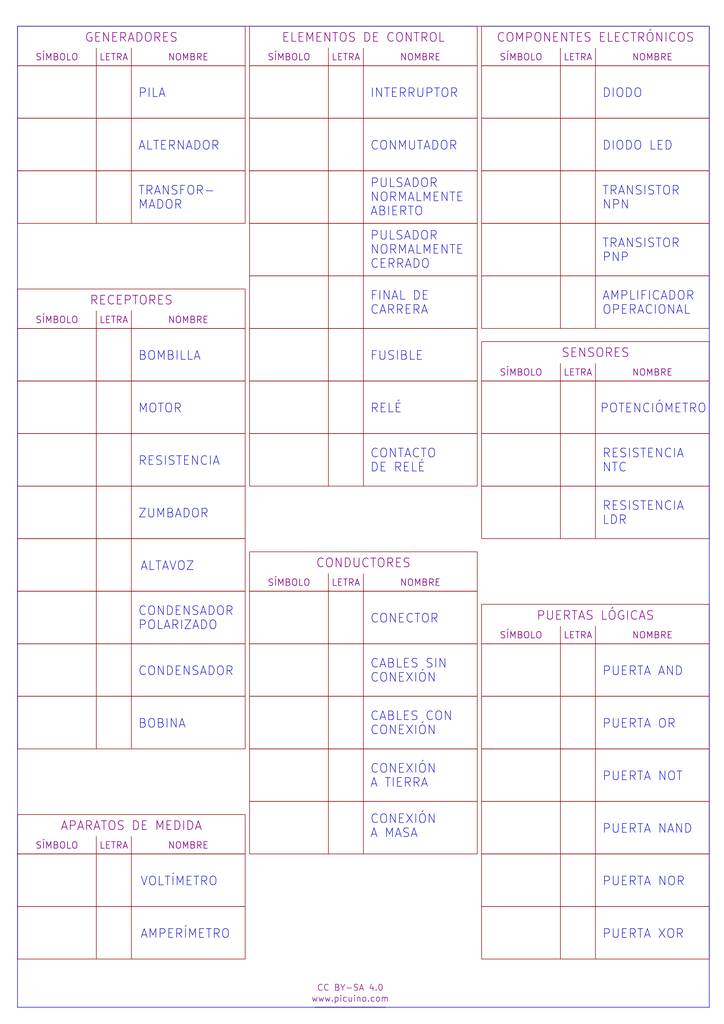
<source format=kicad_sch>
(kicad_sch (version 20231120) (generator "eeschema") (generator_version "8.0")
  (paper "A4" portrait)
  (title_block (title "Símbolos eléctricos y electrónicos.") (date "23/10/2018") (company "www.picuino.com") (comment 1 "Copyright (c) 2018 by Carlos Pardo Martín") (comment 2 "License CC BY-SA 4.0"))
  (lib_symbols
    (symbol "electric-simbolos-nombres-rescue:marco_1-simbolos" (pin_names (offset 1.016))
      (symbol "marco_1-simbolos_0_1"
        (polyline (pts (xy 22.86 0) (xy 33.02 0) (xy 33.02 -15.24) (xy 22.86 -15.24)))
        (polyline (pts (xy 33.02 0) (xy 66.04 0) (xy 66.04 -15.24) (xy 33.02 -15.24)))
        (polyline (pts (xy 0 0) (xy 0 -15.24) (xy 22.86 -15.24) (xy 22.86 0) (xy 0 0)))
      )
    )
    (symbol "electric-simbolos-nombres-rescue:marco_2-simbolos" (pin_names (offset 1.016))
      (property "Field4" "TIPO" (at 33.02 -4.445 0))
      (property "Field5" "SÍMBOLO" (at 11.43 -11.43 0))
      (property "Field6" "LETRA" (at 27.94 -11.43 0))
      (property "Field7" "NOMBRE" (at 48.26 -11.43 0))
      (symbol "marco_2-simbolos_0_1"
        (polyline (pts (xy 22.86 -12.7) (xy 33.02 -12.7) (xy 33.02 -7.62)))
        (polyline (pts (xy 33.02 -12.7) (xy 66.04 -12.7) (xy 66.04 -7.62)))
        (polyline (pts (xy 0 -7.62) (xy 0 -12.7) (xy 22.86 -12.7) (xy 22.86 -7.62)))
        (polyline (pts (xy 66.04 -7.62) (xy 66.04 -1.27) (xy 0 -1.27) (xy 0 -7.62)))
      )
    )
    (symbol "simbolos-electricos:CopyRight" (pin_names (offset 1.016))
      (property "License" "CC BY-SA 4.0" (at -1.27 -1.27 0))
      (property "Web" "www.picuino.com" (at 0 -1.27 0))
      (symbol "CopyRight_0_1"
        (polyline (pts (xy -10.16 0) (xy 10.16 0)) (stroke (width 0.2032)))
      )
    )
  )
  (polyline (pts (xy 205.74 292.1) (xy 205.74 7.62)))
  (polyline (pts (xy 5.08 292.1) (xy 5.08 7.62)))
  (polyline (pts (xy 5.08 292.1) (xy 205.74 292.1)))
  (polyline (pts (xy 5.08 7.62) (xy 205.74 7.62)))
  (text "INTERRUPTOR" (at 107.315 28.575 0) (effects (font (size 2.54 2.54)) (justify left bottom)))
  (text "FUSIBLE" (at 107.315 104.775 0) (effects (font (size 2.54 2.54)) (justify left bottom)))
  (text "ZUMBADOR\n" (at 40.005 150.495 0) (effects (font (size 2.54 2.54)) (justify left bottom)))
  (text "PUERTA NAND" (at 174.625 241.935 0) (effects (font (size 2.54 2.54)) (justify left bottom)))
  (text "POTENCIÓMETRO" (at 173.99 120.015 0) (effects (font (size 2.54 2.54)) (justify left bottom)))
  (text "RELÉ" (at 107.315 120.015 0) (effects (font (size 2.54 2.54)) (justify left bottom)))
  (text "RESISTENCIA" (at 40.005 135.255 0) (effects (font (size 2.54 2.54)) (justify left bottom)))
  (text "MOTOR" (at 40.005 120.015 0) (effects (font (size 2.54 2.54)) (justify left bottom)))
  (text "AMPLIFICADOR\nOPERACIONAL\n" (at 174.625 91.44 0) (effects (font (size 2.54 2.54)) (justify left bottom)))
  (text "PUERTA NOR" (at 174.625 257.175 0) (effects (font (size 2.54 2.54)) (justify left bottom)))
  (text "DIODO LED" (at 174.625 43.815 0) (effects (font (size 2.54 2.54)) (justify left bottom)))
  (text "TRANSISTOR\nNPN" (at 174.625 60.96 0) (effects (font (size 2.54 2.54)) (justify left bottom)))
  (text "TRANSISTOR\nPNP" (at 174.625 76.2 0) (effects (font (size 2.54 2.54)) (justify left bottom)))
  (text "TRANSFOR-\nMADOR" (at 40.005 60.96 0) (effects (font (size 2.54 2.54)) (justify left bottom)))
  (text "CONMUTADOR" (at 107.315 43.815 0) (effects (font (size 2.54 2.54)) (justify left bottom)))
  (text "CABLES CON\nCONEXIÓN\n" (at 107.315 213.36 0) (effects (font (size 2.54 2.54)) (justify left bottom)))
  (text "DIODO" (at 174.625 28.575 0) (effects (font (size 2.54 2.54)) (justify left bottom)))
  (text "VOLTÍMETRO" (at 40.64 257.175 0) (effects (font (size 2.54 2.54)) (justify left bottom)))
  (text "CONEXIÓN\nA MASA\n" (at 107.315 243.205 0) (effects (font (size 2.54 2.54)) (justify left bottom)))
  (text "BOMBILLA" (at 40.005 104.775 0) (effects (font (size 2.54 2.54)) (justify left bottom)))
  (text "BOBINA" (at 40.005 211.455 0) (effects (font (size 2.54 2.54)) (justify left bottom)))
  (text "CONDENSADOR" (at 40.005 196.215 0) (effects (font (size 2.54 2.54)) (justify left bottom)))
  (text "PUERTA AND" (at 174.625 196.215 0) (effects (font (size 2.54 2.54)) (justify left bottom)))
  (text "PUERTA OR" (at 174.625 211.455 0) (effects (font (size 2.54 2.54)) (justify left bottom)))
  (text "CONDENSADOR\nPOLARIZADO" (at 40.005 182.88 0) (effects (font (size 2.54 2.54)) (justify left bottom)))
  (text "ALTERNADOR" (at 40.005 43.815 0) (effects (font (size 2.54 2.54)) (justify left bottom)))
  (text "CABLES SIN\nCONEXIÓN\n" (at 107.315 198.12 0) (effects (font (size 2.54 2.54)) (justify left bottom)))
  (text "CONTACTO\nDE RELÉ" (at 107.315 137.16 0) (effects (font (size 2.54 2.54)) (justify left bottom)))
  (text "PUERTA NOT" (at 174.625 226.695 0) (effects (font (size 2.54 2.54)) (justify left bottom)))
  (text "RESISTENCIA\nLDR" (at 174.625 152.4 0) (effects (font (size 2.54 2.54)) (justify left bottom)))
  (text "CONEXIÓN\nA TIERRA\n" (at 107.315 228.6 0) (effects (font (size 2.54 2.54)) (justify left bottom)))
  (text "RESISTENCIA\nNTC" (at 174.625 137.16 0) (effects (font (size 2.54 2.54)) (justify left bottom)))
  (text "PULSADOR\nNORMALMENTE\nCERRADO" (at 107.315 78.105 0) (effects (font (size 2.54 2.54)) (justify left bottom)))
  (text "PILA" (at 40.005 28.575 0) (effects (font (size 2.54 2.54)) (justify left bottom)))
  (text "FINAL DE\nCARRERA" (at 107.315 91.44 0) (effects (font (size 2.54 2.54)) (justify left bottom)))
  (text "ALTAVOZ" (at 40.64 165.735 0) (effects (font (size 2.54 2.54)) (justify left bottom)))
  (text "PULSADOR\nNORMALMENTE\nABIERTO" (at 107.315 62.865 0) (effects (font (size 2.54 2.54)) (justify left bottom)))
  (text "PUERTA XOR" (at 174.625 272.415 0) (effects (font (size 2.54 2.54)) (justify left bottom)))
  (text "CONECTOR\n" (at 107.315 180.975 0) (effects (font (size 2.54 2.54)) (justify left bottom)))
  (text "AMPERÍMETRO" (at 40.64 272.415 0) (effects (font (size 2.54 2.54)) (justify left bottom)))
  (symbol (lib_id "electric-simbolos-nombres-rescue:marco_1-simbolos") (at 72.39 171.45 0) (unit 1)
    (property "Reference" "M?" (effects (hide yes)))
    (property "Value" "marco_1" (effects (hide yes)))
  )
  (symbol (lib_id "electric-simbolos-nombres-rescue:marco_1-simbolos") (at 72.39 186.69 0) (unit 1)
    (property "Reference" "M?" (effects (hide yes)))
    (property "Value" "marco_1" (effects (hide yes)))
  )
  (symbol (lib_id "electric-simbolos-nombres-rescue:marco_1-simbolos") (at 72.39 217.17 0) (unit 1)
    (property "Reference" "M?" (effects (hide yes)))
    (property "Value" "marco_1" (effects (hide yes)))
  )
  (symbol (lib_id "electric-simbolos-nombres-rescue:marco_1-simbolos") (at 72.39 232.41 0) (unit 1)
    (property "Reference" "M?" (effects (hide yes)))
    (property "Value" "marco_1" (effects (hide yes)))
  )
  (symbol (lib_id "electric-simbolos-nombres-rescue:marco_1-simbolos") (at 72.39 201.93 0) (unit 1)
    (property "Reference" "M?" (effects (hide yes)))
    (property "Value" "marco_1" (effects (hide yes)))
  )
  (symbol (lib_id "electric-simbolos-nombres-rescue:marco_1-simbolos") (at 139.7 186.69 0) (unit 1)
    (property "Reference" "M?" (effects (hide yes)))
    (property "Value" "marco_1" (effects (hide yes)))
  )
  (symbol (lib_id "electric-simbolos-nombres-rescue:marco_1-simbolos") (at 139.7 201.93 0) (unit 1)
    (property "Reference" "M?" (effects (hide yes)))
    (property "Value" "marco_1" (effects (hide yes)))
  )
  (symbol (lib_id "electric-simbolos-nombres-rescue:marco_1-simbolos") (at 139.7 217.17 0) (unit 1)
    (property "Reference" "M?" (effects (hide yes)))
    (property "Value" "marco_1" (effects (hide yes)))
  )
  (symbol (lib_id "electric-simbolos-nombres-rescue:marco_1-simbolos") (at 139.7 232.41 0) (unit 1)
    (property "Reference" "M?" (effects (hide yes)))
    (property "Value" "marco_1" (effects (hide yes)))
  )
  (symbol (lib_id "electric-simbolos-nombres-rescue:marco_1-simbolos") (at 139.7 247.65 0) (unit 1)
    (property "Reference" "M?" (effects (hide yes)))
    (property "Value" "marco_1" (effects (hide yes)))
  )
  (symbol (lib_id "electric-simbolos-nombres-rescue:marco_1-simbolos") (at 139.7 262.89 0) (unit 1)
    (property "Reference" "M?" (effects (hide yes)))
    (property "Value" "marco_1" (effects (hide yes)))
  )
  (symbol (lib_id "electric-simbolos-nombres-rescue:marco_1-simbolos") (at 139.7 110.49 0) (unit 1)
    (property "Reference" "M?" (effects (hide yes)))
    (property "Value" "marco_1" (effects (hide yes)))
  )
  (symbol (lib_id "electric-simbolos-nombres-rescue:marco_1-simbolos") (at 139.7 125.73 0) (unit 1)
    (property "Reference" "M?" (effects (hide yes)))
    (property "Value" "marco_1" (effects (hide yes)))
  )
  (symbol (lib_id "electric-simbolos-nombres-rescue:marco_1-simbolos") (at 139.7 140.97 0) (unit 1)
    (property "Reference" "M?" (effects (hide yes)))
    (property "Value" "marco_1" (effects (hide yes)))
  )
  (symbol (lib_id "electric-simbolos-nombres-rescue:marco_1-simbolos") (at 139.7 19.05 0) (unit 1)
    (property "Reference" "M?" (effects (hide yes)))
    (property "Value" "marco_1" (effects (hide yes)))
  )
  (symbol (lib_id "electric-simbolos-nombres-rescue:marco_1-simbolos") (at 139.7 34.29 0) (unit 1)
    (property "Reference" "M?" (effects (hide yes)))
    (property "Value" "marco_1" (effects (hide yes)))
  )
  (symbol (lib_id "electric-simbolos-nombres-rescue:marco_1-simbolos") (at 139.7 49.53 0) (unit 1)
    (property "Reference" "M?" (effects (hide yes)))
    (property "Value" "marco_1" (effects (hide yes)))
  )
  (symbol (lib_id "electric-simbolos-nombres-rescue:marco_1-simbolos") (at 139.7 64.77 0) (unit 1)
    (property "Reference" "M?" (effects (hide yes)))
    (property "Value" "marco_1" (effects (hide yes)))
  )
  (symbol (lib_id "electric-simbolos-nombres-rescue:marco_1-simbolos") (at 139.7 80.01 0) (unit 1)
    (property "Reference" "M?" (effects (hide yes)))
    (property "Value" "marco_1" (effects (hide yes)))
  )
  (symbol (lib_id "electric-simbolos-nombres-rescue:marco_1-simbolos") (at 5.08 34.29 0) (unit 1)
    (property "Reference" "M?" (effects (hide yes)))
    (property "Value" "marco_1" (effects (hide yes)))
  )
  (symbol (lib_id "electric-simbolos-nombres-rescue:marco_1-simbolos") (at 5.08 49.53 0) (unit 1)
    (property "Reference" "M?" (effects (hide yes)))
    (property "Value" "marco_1" (effects (hide yes)))
  )
  (symbol (lib_id "electric-simbolos-nombres-rescue:marco_1-simbolos") (at 5.08 140.97 0) (unit 1)
    (property "Reference" "M?" (effects (hide yes)))
    (property "Value" "marco_1" (effects (hide yes)))
  )
  (symbol (lib_id "electric-simbolos-nombres-rescue:marco_1-simbolos") (at 5.08 247.65 0) (unit 1)
    (property "Reference" "M?" (effects (hide yes)))
    (property "Value" "marco_1" (effects (hide yes)))
  )
  (symbol (lib_id "electric-simbolos-nombres-rescue:marco_1-simbolos") (at 72.39 95.25 0) (unit 1)
    (property "Reference" "M?" (effects (hide yes)))
    (property "Value" "marco_1" (effects (hide yes)))
  )
  (symbol (lib_id "electric-simbolos-nombres-rescue:marco_1-simbolos") (at 5.08 262.89 0) (unit 1)
    (property "Reference" "M?" (effects (hide yes)))
    (property "Value" "marco_1" (effects (hide yes)))
  )
  (symbol (lib_id "electric-simbolos-nombres-rescue:marco_2-simbolos") (at 139.7 173.99 0) (unit 1)
    (property "Reference" "M?" (effects (hide yes)))
    (property "Value" "marco_2" (effects (hide yes)))
    (property "Campo4" "PUERTAS LÓGICAS" (at 172.72 178.435 0) (effects (font (size 2.54 2.54))))
    (property "Campo5" "SÍMBOLO" (at 151.13 184.15 0) (effects (font (size 1.905 1.905))))
    (property "Campo6" "LETRA" (at 167.64 184.15 0) (effects (font (size 1.905 1.905))))
    (property "Campo7" "NOMBRE" (at 189.23 184.15 0) (effects (font (size 1.905 1.905))))
  )
  (symbol (lib_id "electric-simbolos-nombres-rescue:marco_2-simbolos") (at 5.08 82.55 0) (unit 1)
    (property "Reference" "M?" (effects (hide yes)))
    (property "Value" "marco_2" (effects (hide yes)))
    (property "Campo4" "RECEPTORES" (at 38.1 86.995 0) (effects (font (size 2.54 2.54))))
    (property "Campo5" "SÍMBOLO" (at 16.51 92.71 0) (effects (font (size 1.905 1.905))))
    (property "Campo6" "LETRA" (at 33.02 92.71 0) (effects (font (size 1.905 1.905))))
    (property "Campo7" "NOMBRE" (at 54.61 92.71 0) (effects (font (size 1.905 1.905))))
  )
  (symbol (lib_id "electric-simbolos-nombres-rescue:marco_2-simbolos") (at 72.39 6.35 0) (unit 1)
    (property "Reference" "M?" (effects (hide yes)))
    (property "Value" "marco_2" (effects (hide yes)))
    (property "Campo4" "ELEMENTOS DE CONTROL" (at 105.41 10.795 0) (effects (font (size 2.54 2.54))))
    (property "Campo5" "SÍMBOLO" (at 83.82 16.51 0) (effects (font (size 1.905 1.905))))
    (property "Campo6" "LETRA" (at 100.33 16.51 0) (effects (font (size 1.905 1.905))))
    (property "Campo7" "NOMBRE" (at 121.92 16.51 0) (effects (font (size 1.905 1.905))))
  )
  (symbol (lib_id "electric-simbolos-nombres-rescue:marco_1-simbolos") (at 5.08 156.21 0) (unit 1)
    (property "Reference" "M?" (effects (hide yes)))
    (property "Value" "marco_1" (effects (hide yes)))
  )
  (symbol (lib_id "electric-simbolos-nombres-rescue:marco_1-simbolos") (at 5.08 110.49 0) (unit 1)
    (property "Reference" "M?" (effects (hide yes)))
    (property "Value" "marco_1" (effects (hide yes)))
  )
  (symbol (lib_id "electric-simbolos-nombres-rescue:marco_1-simbolos") (at 72.39 125.73 0) (unit 1)
    (property "Reference" "M?" (effects (hide yes)))
    (property "Value" "marco_1" (effects (hide yes)))
  )
  (symbol (lib_id "electric-simbolos-nombres-rescue:marco_1-simbolos") (at 72.39 19.05 0) (unit 1)
    (property "Reference" "M?" (effects (hide yes)))
    (property "Value" "marco_1" (effects (hide yes)))
  )
  (symbol (lib_id "electric-simbolos-nombres-rescue:marco_1-simbolos") (at 5.08 95.25 0) (unit 1)
    (property "Reference" "M?" (effects (hide yes)))
    (property "Value" "marco_1" (effects (hide yes)))
  )
  (symbol (lib_id "electric-simbolos-nombres-rescue:marco_1-simbolos") (at 5.08 186.69 0) (unit 1)
    (property "Reference" "M?" (effects (hide yes)))
    (property "Value" "marco_1" (effects (hide yes)))
  )
  (symbol (lib_id "electric-simbolos-nombres-rescue:marco_1-simbolos") (at 5.08 125.73 0) (unit 1)
    (property "Reference" "M?" (effects (hide yes)))
    (property "Value" "marco_1" (effects (hide yes)))
  )
  (symbol (lib_id "electric-simbolos-nombres-rescue:marco_1-simbolos") (at 72.39 49.53 0) (unit 1)
    (property "Reference" "M?" (effects (hide yes)))
    (property "Value" "marco_1" (effects (hide yes)))
  )
  (symbol (lib_id "simbolos-electricos:CopyRight") (at 101.6 292.1 0) (unit 1)
    (property "Reference" "CP1" (effects (hide yes)))
    (property "Value" "CopyRight" (effects (hide yes)))
    (property "License" "CC BY-SA 4.0" (at 101.6 286.385 0) (effects (font (size 1.778 1.778))))
    (property "Web" "www.picuino.com" (at 101.6 289.56 0) (effects (font (size 1.778 1.778))))
  )
  (symbol (lib_id "electric-simbolos-nombres-rescue:marco_1-simbolos") (at 5.08 19.05 0) (unit 1)
    (property "Reference" "M?" (effects (hide yes)))
    (property "Value" "marco_1" (effects (hide yes)))
  )
  (symbol (lib_id "electric-simbolos-nombres-rescue:marco_1-simbolos") (at 72.39 80.01 0) (unit 1)
    (property "Reference" "M?" (effects (hide yes)))
    (property "Value" "marco_1" (effects (hide yes)))
  )
  (symbol (lib_id "electric-simbolos-nombres-rescue:marco_1-simbolos") (at 5.08 171.45 0) (unit 1)
    (property "Reference" "M?" (effects (hide yes)))
    (property "Value" "marco_1" (effects (hide yes)))
  )
  (symbol (lib_id "electric-simbolos-nombres-rescue:marco_2-simbolos") (at 5.08 234.95 0) (unit 1)
    (property "Reference" "M?" (effects (hide yes)))
    (property "Value" "marco_2" (effects (hide yes)))
    (property "Campo4" "APARATOS DE MEDIDA" (at 38.1 239.395 0) (effects (font (size 2.54 2.54))))
    (property "Campo5" "SÍMBOLO" (at 16.51 245.11 0) (effects (font (size 1.905 1.905))))
    (property "Campo6" "LETRA" (at 33.02 245.11 0) (effects (font (size 1.905 1.905))))
    (property "Campo7" "NOMBRE" (at 54.61 245.11 0) (effects (font (size 1.905 1.905))))
  )
  (symbol (lib_id "electric-simbolos-nombres-rescue:marco_2-simbolos") (at 72.39 158.75 0) (unit 1)
    (property "Reference" "M?" (effects (hide yes)))
    (property "Value" "marco_2" (effects (hide yes)))
    (property "Campo4" "CONDUCTORES" (at 105.41 163.195 0) (effects (font (size 2.54 2.54))))
    (property "Campo5" "SÍMBOLO" (at 83.82 168.91 0) (effects (font (size 1.905 1.905))))
    (property "Campo6" "LETRA" (at 100.33 168.91 0) (effects (font (size 1.905 1.905))))
    (property "Campo7" "NOMBRE" (at 121.92 168.91 0) (effects (font (size 1.905 1.905))))
  )
  (symbol (lib_id "electric-simbolos-nombres-rescue:marco_1-simbolos") (at 5.08 201.93 0) (unit 1)
    (property "Reference" "M?" (effects (hide yes)))
    (property "Value" "marco_1" (effects (hide yes)))
  )
  (symbol (lib_id "electric-simbolos-nombres-rescue:marco_1-simbolos") (at 72.39 34.29 0) (unit 1)
    (property "Reference" "M?" (effects (hide yes)))
    (property "Value" "marco_1" (effects (hide yes)))
  )
  (symbol (lib_id "electric-simbolos-nombres-rescue:marco_2-simbolos") (at 139.7 97.79 0) (unit 1)
    (property "Reference" "M?" (effects (hide yes)))
    (property "Value" "marco_2" (effects (hide yes)))
    (property "Campo4" "SENSORES" (at 172.72 102.235 0) (effects (font (size 2.54 2.54))))
    (property "Campo5" "SÍMBOLO" (at 151.13 107.95 0) (effects (font (size 1.905 1.905))))
    (property "Campo6" "LETRA" (at 167.64 107.95 0) (effects (font (size 1.905 1.905))))
    (property "Campo7" "NOMBRE" (at 189.23 107.95 0) (effects (font (size 1.905 1.905))))
  )
  (symbol (lib_id "electric-simbolos-nombres-rescue:marco_1-simbolos") (at 72.39 110.49 0) (unit 1)
    (property "Reference" "M?" (effects (hide yes)))
    (property "Value" "marco_1" (effects (hide yes)))
  )
  (symbol (lib_id "electric-simbolos-nombres-rescue:marco_1-simbolos") (at 72.39 64.77 0) (unit 1)
    (property "Reference" "M?" (effects (hide yes)))
    (property "Value" "marco_1" (effects (hide yes)))
  )
  (symbol (lib_id "electric-simbolos-nombres-rescue:marco_2-simbolos") (at 5.08 6.35 0) (unit 1)
    (property "Reference" "M?" (effects (hide yes)))
    (property "Value" "marco_2" (effects (hide yes)))
    (property "Campo4" "GENERADORES" (at 38.1 10.795 0) (effects (font (size 2.54 2.54))))
    (property "Campo5" "SÍMBOLO" (at 16.51 16.51 0) (effects (font (size 1.905 1.905))))
    (property "Campo6" "LETRA" (at 33.02 16.51 0) (effects (font (size 1.905 1.905))))
    (property "Campo7" "NOMBRE" (at 54.61 16.51 0) (effects (font (size 1.905 1.905))))
  )
  (symbol (lib_id "electric-simbolos-nombres-rescue:marco_2-simbolos") (at 139.7 6.35 0) (unit 1)
    (property "Reference" "M?" (effects (hide yes)))
    (property "Value" "marco_2" (effects (hide yes)))
    (property "Campo4" "COMPONENTES ELECTRÓNICOS" (at 172.72 10.795 0) (effects (font (size 2.54 2.54))))
    (property "Campo5" "SÍMBOLO" (at 151.13 16.51 0) (effects (font (size 1.905 1.905))))
    (property "Campo6" "LETRA" (at 167.64 16.51 0) (effects (font (size 1.905 1.905))))
    (property "Campo7" "NOMBRE" (at 189.23 16.51 0) (effects (font (size 1.905 1.905))))
  )
)
</source>
